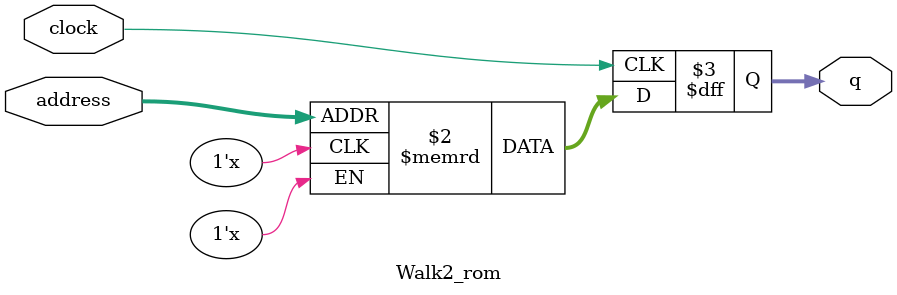
<source format=sv>
module Walk2_rom (
	input logic clock,
	input logic [12:0] address,
	output logic [2:0] q
);

logic [2:0] memory [0:5399] /* synthesis ram_init_file = "./Walk2/Walk2.mif" */;

always_ff @ (posedge clock) begin
	q <= memory[address];
end

endmodule

</source>
